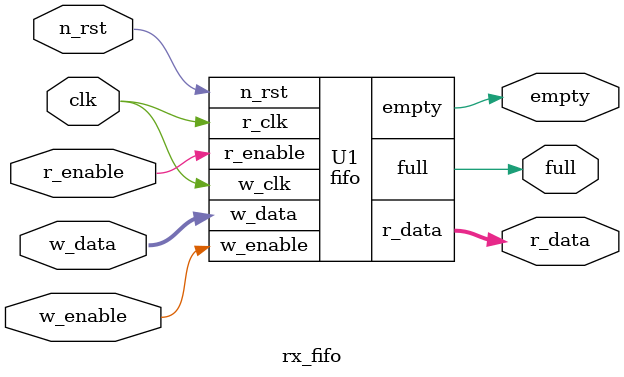
<source format=v>


module fiforam ( wclk, wenable, waddr, raddr, wdata, rdata );
  input [2:0] waddr;
  input [2:0] raddr;
  input [7:0] wdata;
  output [7:0] rdata;
  input wclk, wenable;
  wire   N10, N11, N12, N13, N14, N15, \fiforeg[0][7] , \fiforeg[0][6] ,
         \fiforeg[0][5] , \fiforeg[0][4] , \fiforeg[0][3] , \fiforeg[0][2] ,
         \fiforeg[0][1] , \fiforeg[0][0] , \fiforeg[1][7] , \fiforeg[1][6] ,
         \fiforeg[1][5] , \fiforeg[1][4] , \fiforeg[1][3] , \fiforeg[1][2] ,
         \fiforeg[1][1] , \fiforeg[1][0] , \fiforeg[2][7] , \fiforeg[2][6] ,
         \fiforeg[2][5] , \fiforeg[2][4] , \fiforeg[2][3] , \fiforeg[2][2] ,
         \fiforeg[2][1] , \fiforeg[2][0] , \fiforeg[3][7] , \fiforeg[3][6] ,
         \fiforeg[3][5] , \fiforeg[3][4] , \fiforeg[3][3] , \fiforeg[3][2] ,
         \fiforeg[3][1] , \fiforeg[3][0] , \fiforeg[4][7] , \fiforeg[4][6] ,
         \fiforeg[4][5] , \fiforeg[4][4] , \fiforeg[4][3] , \fiforeg[4][2] ,
         \fiforeg[4][1] , \fiforeg[4][0] , \fiforeg[5][7] , \fiforeg[5][6] ,
         \fiforeg[5][5] , \fiforeg[5][4] , \fiforeg[5][3] , \fiforeg[5][2] ,
         \fiforeg[5][1] , \fiforeg[5][0] , \fiforeg[6][7] , \fiforeg[6][6] ,
         \fiforeg[6][5] , \fiforeg[6][4] , \fiforeg[6][3] , \fiforeg[6][2] ,
         \fiforeg[6][1] , \fiforeg[6][0] , \fiforeg[7][7] , \fiforeg[7][6] ,
         \fiforeg[7][5] , \fiforeg[7][4] , \fiforeg[7][3] , \fiforeg[7][2] ,
         \fiforeg[7][1] , \fiforeg[7][0] , N17, N18, N19, N20, N21, N22, N23,
         N24, n89, n90, n91, n92, n93, n94, n95, n96, n97, n98, n99, n100,
         n101, n102, n103, n104, n105, n106, n107, n108, n109, n110, n111,
         n112, n113, n114, n115, n116, n117, n118, n119, n120, n121, n122,
         n123, n124, n125, n126, n127, n128, n129, n130, n131, n132, n133,
         n134, n135, n136, n137, n138, n139, n140, n141, n142, n143, n144,
         n145, n146, n147, n148, n149, n150, n151, n152, n1, n2, n3, n4, n5,
         n6, n7, n8, n9, n10, n11, n12, n13, n14, n15, n16, n17, n18, n19, n20,
         n21, n22, n23, n24, n25, n26, n27, n28, n29, n30, n31, n32, n33, n34,
         n35, n36, n37, n38, n39, n40, n41, n42, n43, n44, n45, n46, n47, n48,
         n49, n50, n51, n52, n53, n54, n55, n56, n57, n58, n59, n60, n61, n62,
         n63, n64, n65, n66, n67, n68, n69, n70, n71, n72, n73, n74, n75, n76,
         n77, n78, n79, n80, n81, n82, n83, n84, n85, n86, n87, n88, n153,
         n154, n155, n156, n157, n158, n159, n160, n161, n162, n163, n164,
         n165, n166, n167, n168, n169, n170, n171, n172, n173, n174, n175,
         n176, n177, n178, n179, n180, n181, n182, n183, n184, n185, n186,
         n187, n188, n189, n190, n191, n192, n193, n194, n195, n196, n197,
         n198, n199, n200, n201, n202, n203, n204, n205, n206, n207, n208,
         n209, n210, n211, n212, n213, n214, n215, n216, n217, n218, n219,
         n220, n221, n222, n223, n224, n225, n226, n227, n228, n229, n230,
         n231, n232, n233, n234, n235, n236, n237, n238, n239, n240, n241,
         n242, n243, n244, n245, n246, n247, n248, n249, n250, n251, n252,
         n253, n254, n255, n256, n257, n258, n259, n260, n261, n262;
  assign N10 = raddr[0];
  assign N11 = raddr[1];
  assign N12 = raddr[2];
  assign N13 = waddr[0];
  assign N14 = waddr[1];
  assign N15 = waddr[2];

  DFFPOSX1 \fiforeg_reg[0][7]  ( .D(n152), .CLK(wclk), .Q(\fiforeg[0][7] ) );
  DFFPOSX1 \fiforeg_reg[0][6]  ( .D(n151), .CLK(wclk), .Q(\fiforeg[0][6] ) );
  DFFPOSX1 \fiforeg_reg[0][5]  ( .D(n150), .CLK(wclk), .Q(\fiforeg[0][5] ) );
  DFFPOSX1 \fiforeg_reg[0][4]  ( .D(n149), .CLK(wclk), .Q(\fiforeg[0][4] ) );
  DFFPOSX1 \fiforeg_reg[0][3]  ( .D(n148), .CLK(wclk), .Q(\fiforeg[0][3] ) );
  DFFPOSX1 \fiforeg_reg[0][2]  ( .D(n147), .CLK(wclk), .Q(\fiforeg[0][2] ) );
  DFFPOSX1 \fiforeg_reg[0][1]  ( .D(n146), .CLK(wclk), .Q(\fiforeg[0][1] ) );
  DFFPOSX1 \fiforeg_reg[0][0]  ( .D(n145), .CLK(wclk), .Q(\fiforeg[0][0] ) );
  DFFPOSX1 \fiforeg_reg[1][7]  ( .D(n144), .CLK(wclk), .Q(\fiforeg[1][7] ) );
  DFFPOSX1 \fiforeg_reg[1][6]  ( .D(n143), .CLK(wclk), .Q(\fiforeg[1][6] ) );
  DFFPOSX1 \fiforeg_reg[1][5]  ( .D(n142), .CLK(wclk), .Q(\fiforeg[1][5] ) );
  DFFPOSX1 \fiforeg_reg[1][4]  ( .D(n141), .CLK(wclk), .Q(\fiforeg[1][4] ) );
  DFFPOSX1 \fiforeg_reg[1][3]  ( .D(n140), .CLK(wclk), .Q(\fiforeg[1][3] ) );
  DFFPOSX1 \fiforeg_reg[1][2]  ( .D(n139), .CLK(wclk), .Q(\fiforeg[1][2] ) );
  DFFPOSX1 \fiforeg_reg[1][1]  ( .D(n138), .CLK(wclk), .Q(\fiforeg[1][1] ) );
  DFFPOSX1 \fiforeg_reg[1][0]  ( .D(n137), .CLK(wclk), .Q(\fiforeg[1][0] ) );
  DFFPOSX1 \fiforeg_reg[2][7]  ( .D(n136), .CLK(wclk), .Q(\fiforeg[2][7] ) );
  DFFPOSX1 \fiforeg_reg[2][6]  ( .D(n135), .CLK(wclk), .Q(\fiforeg[2][6] ) );
  DFFPOSX1 \fiforeg_reg[2][5]  ( .D(n134), .CLK(wclk), .Q(\fiforeg[2][5] ) );
  DFFPOSX1 \fiforeg_reg[2][4]  ( .D(n133), .CLK(wclk), .Q(\fiforeg[2][4] ) );
  DFFPOSX1 \fiforeg_reg[2][3]  ( .D(n132), .CLK(wclk), .Q(\fiforeg[2][3] ) );
  DFFPOSX1 \fiforeg_reg[2][2]  ( .D(n131), .CLK(wclk), .Q(\fiforeg[2][2] ) );
  DFFPOSX1 \fiforeg_reg[2][1]  ( .D(n130), .CLK(wclk), .Q(\fiforeg[2][1] ) );
  DFFPOSX1 \fiforeg_reg[2][0]  ( .D(n129), .CLK(wclk), .Q(\fiforeg[2][0] ) );
  DFFPOSX1 \fiforeg_reg[3][7]  ( .D(n128), .CLK(wclk), .Q(\fiforeg[3][7] ) );
  DFFPOSX1 \fiforeg_reg[3][6]  ( .D(n127), .CLK(wclk), .Q(\fiforeg[3][6] ) );
  DFFPOSX1 \fiforeg_reg[3][5]  ( .D(n126), .CLK(wclk), .Q(\fiforeg[3][5] ) );
  DFFPOSX1 \fiforeg_reg[3][4]  ( .D(n125), .CLK(wclk), .Q(\fiforeg[3][4] ) );
  DFFPOSX1 \fiforeg_reg[3][3]  ( .D(n124), .CLK(wclk), .Q(\fiforeg[3][3] ) );
  DFFPOSX1 \fiforeg_reg[3][2]  ( .D(n123), .CLK(wclk), .Q(\fiforeg[3][2] ) );
  DFFPOSX1 \fiforeg_reg[3][1]  ( .D(n122), .CLK(wclk), .Q(\fiforeg[3][1] ) );
  DFFPOSX1 \fiforeg_reg[3][0]  ( .D(n121), .CLK(wclk), .Q(\fiforeg[3][0] ) );
  DFFPOSX1 \fiforeg_reg[4][7]  ( .D(n120), .CLK(wclk), .Q(\fiforeg[4][7] ) );
  DFFPOSX1 \fiforeg_reg[4][6]  ( .D(n119), .CLK(wclk), .Q(\fiforeg[4][6] ) );
  DFFPOSX1 \fiforeg_reg[4][5]  ( .D(n118), .CLK(wclk), .Q(\fiforeg[4][5] ) );
  DFFPOSX1 \fiforeg_reg[4][4]  ( .D(n117), .CLK(wclk), .Q(\fiforeg[4][4] ) );
  DFFPOSX1 \fiforeg_reg[4][3]  ( .D(n116), .CLK(wclk), .Q(\fiforeg[4][3] ) );
  DFFPOSX1 \fiforeg_reg[4][2]  ( .D(n115), .CLK(wclk), .Q(\fiforeg[4][2] ) );
  DFFPOSX1 \fiforeg_reg[4][1]  ( .D(n114), .CLK(wclk), .Q(\fiforeg[4][1] ) );
  DFFPOSX1 \fiforeg_reg[4][0]  ( .D(n113), .CLK(wclk), .Q(\fiforeg[4][0] ) );
  DFFPOSX1 \fiforeg_reg[5][7]  ( .D(n112), .CLK(wclk), .Q(\fiforeg[5][7] ) );
  DFFPOSX1 \fiforeg_reg[5][6]  ( .D(n111), .CLK(wclk), .Q(\fiforeg[5][6] ) );
  DFFPOSX1 \fiforeg_reg[5][5]  ( .D(n110), .CLK(wclk), .Q(\fiforeg[5][5] ) );
  DFFPOSX1 \fiforeg_reg[5][4]  ( .D(n109), .CLK(wclk), .Q(\fiforeg[5][4] ) );
  DFFPOSX1 \fiforeg_reg[5][3]  ( .D(n108), .CLK(wclk), .Q(\fiforeg[5][3] ) );
  DFFPOSX1 \fiforeg_reg[5][2]  ( .D(n107), .CLK(wclk), .Q(\fiforeg[5][2] ) );
  DFFPOSX1 \fiforeg_reg[5][1]  ( .D(n106), .CLK(wclk), .Q(\fiforeg[5][1] ) );
  DFFPOSX1 \fiforeg_reg[5][0]  ( .D(n105), .CLK(wclk), .Q(\fiforeg[5][0] ) );
  DFFPOSX1 \fiforeg_reg[6][7]  ( .D(n104), .CLK(wclk), .Q(\fiforeg[6][7] ) );
  DFFPOSX1 \fiforeg_reg[6][6]  ( .D(n103), .CLK(wclk), .Q(\fiforeg[6][6] ) );
  DFFPOSX1 \fiforeg_reg[6][5]  ( .D(n102), .CLK(wclk), .Q(\fiforeg[6][5] ) );
  DFFPOSX1 \fiforeg_reg[6][4]  ( .D(n101), .CLK(wclk), .Q(\fiforeg[6][4] ) );
  DFFPOSX1 \fiforeg_reg[6][3]  ( .D(n100), .CLK(wclk), .Q(\fiforeg[6][3] ) );
  DFFPOSX1 \fiforeg_reg[6][2]  ( .D(n99), .CLK(wclk), .Q(\fiforeg[6][2] ) );
  DFFPOSX1 \fiforeg_reg[6][1]  ( .D(n98), .CLK(wclk), .Q(\fiforeg[6][1] ) );
  DFFPOSX1 \fiforeg_reg[6][0]  ( .D(n97), .CLK(wclk), .Q(\fiforeg[6][0] ) );
  DFFPOSX1 \fiforeg_reg[7][7]  ( .D(n96), .CLK(wclk), .Q(\fiforeg[7][7] ) );
  DFFPOSX1 \fiforeg_reg[7][6]  ( .D(n95), .CLK(wclk), .Q(\fiforeg[7][6] ) );
  DFFPOSX1 \fiforeg_reg[7][5]  ( .D(n94), .CLK(wclk), .Q(\fiforeg[7][5] ) );
  DFFPOSX1 \fiforeg_reg[7][4]  ( .D(n93), .CLK(wclk), .Q(\fiforeg[7][4] ) );
  DFFPOSX1 \fiforeg_reg[7][3]  ( .D(n92), .CLK(wclk), .Q(\fiforeg[7][3] ) );
  DFFPOSX1 \fiforeg_reg[7][2]  ( .D(n91), .CLK(wclk), .Q(\fiforeg[7][2] ) );
  DFFPOSX1 \fiforeg_reg[7][1]  ( .D(n90), .CLK(wclk), .Q(\fiforeg[7][1] ) );
  DFFPOSX1 \fiforeg_reg[7][0]  ( .D(n89), .CLK(wclk), .Q(\fiforeg[7][0] ) );
  BUFX2 U2 ( .A(n56), .Y(n1) );
  BUFX2 U3 ( .A(n175), .Y(n2) );
  BUFX2 U4 ( .A(n53), .Y(n3) );
  BUFX2 U5 ( .A(n172), .Y(n4) );
  BUFX2 U6 ( .A(n54), .Y(n5) );
  BUFX2 U7 ( .A(n173), .Y(n6) );
  BUFX2 U8 ( .A(n55), .Y(n7) );
  BUFX2 U9 ( .A(n174), .Y(n8) );
  NOR2X1 U10 ( .A(n63), .B(N11), .Y(n54) );
  NOR2X1 U11 ( .A(n63), .B(n62), .Y(n53) );
  AOI22X1 U12 ( .A(\fiforeg[4][0] ), .B(n5), .C(\fiforeg[6][0] ), .D(n3), .Y(
        n10) );
  NOR2X1 U13 ( .A(N11), .B(N12), .Y(n56) );
  NOR2X1 U14 ( .A(n62), .B(N12), .Y(n55) );
  AOI22X1 U15 ( .A(\fiforeg[0][0] ), .B(n1), .C(\fiforeg[2][0] ), .D(n7), .Y(
        n9) );
  AOI21X1 U16 ( .A(n10), .B(n9), .C(N10), .Y(n14) );
  AOI22X1 U17 ( .A(\fiforeg[5][0] ), .B(n5), .C(\fiforeg[7][0] ), .D(n3), .Y(
        n12) );
  AOI22X1 U18 ( .A(\fiforeg[1][0] ), .B(n1), .C(\fiforeg[3][0] ), .D(n7), .Y(
        n11) );
  AOI21X1 U19 ( .A(n12), .B(n11), .C(n61), .Y(n13) );
  OR2X1 U20 ( .A(n14), .B(n13), .Y(rdata[0]) );
  AOI22X1 U21 ( .A(\fiforeg[4][1] ), .B(n5), .C(\fiforeg[6][1] ), .D(n3), .Y(
        n16) );
  AOI22X1 U22 ( .A(\fiforeg[0][1] ), .B(n1), .C(\fiforeg[2][1] ), .D(n7), .Y(
        n15) );
  AOI21X1 U23 ( .A(n16), .B(n15), .C(N10), .Y(n20) );
  AOI22X1 U24 ( .A(\fiforeg[5][1] ), .B(n5), .C(\fiforeg[7][1] ), .D(n3), .Y(
        n18) );
  AOI22X1 U25 ( .A(\fiforeg[1][1] ), .B(n1), .C(\fiforeg[3][1] ), .D(n7), .Y(
        n17) );
  AOI21X1 U26 ( .A(n18), .B(n17), .C(n61), .Y(n19) );
  OR2X1 U27 ( .A(n20), .B(n19), .Y(rdata[1]) );
  AOI22X1 U28 ( .A(\fiforeg[4][2] ), .B(n5), .C(\fiforeg[6][2] ), .D(n3), .Y(
        n22) );
  AOI22X1 U29 ( .A(\fiforeg[0][2] ), .B(n1), .C(\fiforeg[2][2] ), .D(n7), .Y(
        n21) );
  AOI21X1 U30 ( .A(n22), .B(n21), .C(N10), .Y(n26) );
  AOI22X1 U31 ( .A(\fiforeg[5][2] ), .B(n5), .C(\fiforeg[7][2] ), .D(n3), .Y(
        n24) );
  AOI22X1 U32 ( .A(\fiforeg[1][2] ), .B(n1), .C(\fiforeg[3][2] ), .D(n7), .Y(
        n23) );
  AOI21X1 U33 ( .A(n24), .B(n23), .C(n61), .Y(n25) );
  OR2X1 U34 ( .A(n26), .B(n25), .Y(rdata[2]) );
  AOI22X1 U35 ( .A(\fiforeg[4][3] ), .B(n5), .C(\fiforeg[6][3] ), .D(n3), .Y(
        n28) );
  AOI22X1 U36 ( .A(\fiforeg[0][3] ), .B(n1), .C(\fiforeg[2][3] ), .D(n7), .Y(
        n27) );
  AOI21X1 U37 ( .A(n28), .B(n27), .C(N10), .Y(n32) );
  AOI22X1 U38 ( .A(\fiforeg[5][3] ), .B(n5), .C(\fiforeg[7][3] ), .D(n3), .Y(
        n30) );
  AOI22X1 U39 ( .A(\fiforeg[1][3] ), .B(n1), .C(\fiforeg[3][3] ), .D(n7), .Y(
        n29) );
  AOI21X1 U40 ( .A(n30), .B(n29), .C(n61), .Y(n31) );
  OR2X1 U41 ( .A(n32), .B(n31), .Y(rdata[3]) );
  AOI22X1 U42 ( .A(\fiforeg[4][4] ), .B(n5), .C(\fiforeg[6][4] ), .D(n3), .Y(
        n34) );
  AOI22X1 U43 ( .A(\fiforeg[0][4] ), .B(n1), .C(\fiforeg[2][4] ), .D(n7), .Y(
        n33) );
  AOI21X1 U44 ( .A(n34), .B(n33), .C(N10), .Y(n38) );
  AOI22X1 U45 ( .A(\fiforeg[5][4] ), .B(n5), .C(\fiforeg[7][4] ), .D(n3), .Y(
        n36) );
  AOI22X1 U46 ( .A(\fiforeg[1][4] ), .B(n1), .C(\fiforeg[3][4] ), .D(n7), .Y(
        n35) );
  AOI21X1 U47 ( .A(n36), .B(n35), .C(n61), .Y(n37) );
  OR2X1 U48 ( .A(n38), .B(n37), .Y(rdata[4]) );
  AOI22X1 U49 ( .A(\fiforeg[4][5] ), .B(n5), .C(\fiforeg[6][5] ), .D(n3), .Y(
        n40) );
  AOI22X1 U50 ( .A(\fiforeg[0][5] ), .B(n1), .C(\fiforeg[2][5] ), .D(n7), .Y(
        n39) );
  AOI21X1 U51 ( .A(n40), .B(n39), .C(N10), .Y(n44) );
  AOI22X1 U52 ( .A(\fiforeg[5][5] ), .B(n5), .C(\fiforeg[7][5] ), .D(n3), .Y(
        n42) );
  AOI22X1 U53 ( .A(\fiforeg[1][5] ), .B(n1), .C(\fiforeg[3][5] ), .D(n7), .Y(
        n41) );
  AOI21X1 U54 ( .A(n42), .B(n41), .C(n61), .Y(n43) );
  OR2X1 U55 ( .A(n44), .B(n43), .Y(rdata[5]) );
  AOI22X1 U56 ( .A(\fiforeg[4][6] ), .B(n5), .C(\fiforeg[6][6] ), .D(n3), .Y(
        n46) );
  AOI22X1 U57 ( .A(\fiforeg[0][6] ), .B(n1), .C(\fiforeg[2][6] ), .D(n7), .Y(
        n45) );
  AOI21X1 U58 ( .A(n46), .B(n45), .C(N10), .Y(n50) );
  AOI22X1 U59 ( .A(\fiforeg[5][6] ), .B(n5), .C(\fiforeg[7][6] ), .D(n3), .Y(
        n48) );
  AOI22X1 U60 ( .A(\fiforeg[1][6] ), .B(n1), .C(\fiforeg[3][6] ), .D(n7), .Y(
        n47) );
  AOI21X1 U61 ( .A(n48), .B(n47), .C(n61), .Y(n49) );
  OR2X1 U62 ( .A(n50), .B(n49), .Y(rdata[6]) );
  AOI22X1 U63 ( .A(\fiforeg[4][7] ), .B(n5), .C(\fiforeg[6][7] ), .D(n3), .Y(
        n52) );
  AOI22X1 U64 ( .A(\fiforeg[0][7] ), .B(n1), .C(\fiforeg[2][7] ), .D(n7), .Y(
        n51) );
  AOI21X1 U65 ( .A(n52), .B(n51), .C(N10), .Y(n60) );
  AOI22X1 U66 ( .A(\fiforeg[5][7] ), .B(n5), .C(\fiforeg[7][7] ), .D(n3), .Y(
        n58) );
  AOI22X1 U67 ( .A(\fiforeg[1][7] ), .B(n1), .C(\fiforeg[3][7] ), .D(n7), .Y(
        n57) );
  AOI21X1 U68 ( .A(n58), .B(n57), .C(n61), .Y(n59) );
  OR2X1 U69 ( .A(n60), .B(n59), .Y(rdata[7]) );
  INVX2 U70 ( .A(N10), .Y(n61) );
  INVX2 U71 ( .A(N11), .Y(n62) );
  INVX2 U72 ( .A(N12), .Y(n63) );
  NOR2X1 U73 ( .A(n211), .B(N14), .Y(n173) );
  NOR2X1 U74 ( .A(n211), .B(n180), .Y(n172) );
  AOI22X1 U75 ( .A(\fiforeg[4][0] ), .B(n6), .C(\fiforeg[6][0] ), .D(n4), .Y(
        n65) );
  NOR2X1 U76 ( .A(N14), .B(N15), .Y(n175) );
  NOR2X1 U77 ( .A(n180), .B(N15), .Y(n174) );
  AOI22X1 U78 ( .A(\fiforeg[0][0] ), .B(n2), .C(\fiforeg[2][0] ), .D(n8), .Y(
        n64) );
  AOI21X1 U79 ( .A(n65), .B(n64), .C(N13), .Y(n69) );
  AOI22X1 U80 ( .A(\fiforeg[5][0] ), .B(n6), .C(\fiforeg[7][0] ), .D(n4), .Y(
        n67) );
  AOI22X1 U81 ( .A(\fiforeg[1][0] ), .B(n2), .C(\fiforeg[3][0] ), .D(n8), .Y(
        n66) );
  AOI21X1 U82 ( .A(n67), .B(n66), .C(n212), .Y(n68) );
  OR2X1 U83 ( .A(n69), .B(n68), .Y(N24) );
  AOI22X1 U84 ( .A(\fiforeg[4][1] ), .B(n6), .C(\fiforeg[6][1] ), .D(n4), .Y(
        n71) );
  AOI22X1 U85 ( .A(\fiforeg[0][1] ), .B(n2), .C(\fiforeg[2][1] ), .D(n8), .Y(
        n70) );
  AOI21X1 U86 ( .A(n71), .B(n70), .C(N13), .Y(n75) );
  AOI22X1 U87 ( .A(\fiforeg[5][1] ), .B(n6), .C(\fiforeg[7][1] ), .D(n4), .Y(
        n73) );
  AOI22X1 U88 ( .A(\fiforeg[1][1] ), .B(n2), .C(\fiforeg[3][1] ), .D(n8), .Y(
        n72) );
  AOI21X1 U89 ( .A(n73), .B(n72), .C(n212), .Y(n74) );
  OR2X1 U90 ( .A(n75), .B(n74), .Y(N23) );
  AOI22X1 U91 ( .A(\fiforeg[4][2] ), .B(n6), .C(\fiforeg[6][2] ), .D(n4), .Y(
        n77) );
  AOI22X1 U92 ( .A(\fiforeg[0][2] ), .B(n2), .C(\fiforeg[2][2] ), .D(n8), .Y(
        n76) );
  AOI21X1 U93 ( .A(n77), .B(n76), .C(N13), .Y(n81) );
  AOI22X1 U94 ( .A(\fiforeg[5][2] ), .B(n6), .C(\fiforeg[7][2] ), .D(n4), .Y(
        n79) );
  AOI22X1 U95 ( .A(\fiforeg[1][2] ), .B(n2), .C(\fiforeg[3][2] ), .D(n8), .Y(
        n78) );
  AOI21X1 U96 ( .A(n79), .B(n78), .C(n212), .Y(n80) );
  OR2X1 U97 ( .A(n81), .B(n80), .Y(N22) );
  AOI22X1 U98 ( .A(\fiforeg[4][3] ), .B(n6), .C(\fiforeg[6][3] ), .D(n4), .Y(
        n83) );
  AOI22X1 U99 ( .A(\fiforeg[0][3] ), .B(n2), .C(\fiforeg[2][3] ), .D(n8), .Y(
        n82) );
  AOI21X1 U100 ( .A(n83), .B(n82), .C(N13), .Y(n87) );
  AOI22X1 U101 ( .A(\fiforeg[5][3] ), .B(n6), .C(\fiforeg[7][3] ), .D(n4), .Y(
        n85) );
  AOI22X1 U102 ( .A(\fiforeg[1][3] ), .B(n2), .C(\fiforeg[3][3] ), .D(n8), .Y(
        n84) );
  AOI21X1 U103 ( .A(n85), .B(n84), .C(n212), .Y(n86) );
  OR2X1 U104 ( .A(n87), .B(n86), .Y(N21) );
  AOI22X1 U105 ( .A(\fiforeg[4][4] ), .B(n6), .C(\fiforeg[6][4] ), .D(n4), .Y(
        n153) );
  AOI22X1 U106 ( .A(\fiforeg[0][4] ), .B(n2), .C(\fiforeg[2][4] ), .D(n8), .Y(
        n88) );
  AOI21X1 U107 ( .A(n153), .B(n88), .C(N13), .Y(n157) );
  AOI22X1 U108 ( .A(\fiforeg[5][4] ), .B(n6), .C(\fiforeg[7][4] ), .D(n4), .Y(
        n155) );
  AOI22X1 U109 ( .A(\fiforeg[1][4] ), .B(n2), .C(\fiforeg[3][4] ), .D(n8), .Y(
        n154) );
  AOI21X1 U110 ( .A(n155), .B(n154), .C(n212), .Y(n156) );
  OR2X1 U111 ( .A(n157), .B(n156), .Y(N20) );
  AOI22X1 U112 ( .A(\fiforeg[4][5] ), .B(n6), .C(\fiforeg[6][5] ), .D(n4), .Y(
        n159) );
  AOI22X1 U113 ( .A(\fiforeg[0][5] ), .B(n2), .C(\fiforeg[2][5] ), .D(n8), .Y(
        n158) );
  AOI21X1 U114 ( .A(n159), .B(n158), .C(N13), .Y(n163) );
  AOI22X1 U115 ( .A(\fiforeg[5][5] ), .B(n6), .C(\fiforeg[7][5] ), .D(n4), .Y(
        n161) );
  AOI22X1 U116 ( .A(\fiforeg[1][5] ), .B(n2), .C(\fiforeg[3][5] ), .D(n8), .Y(
        n160) );
  AOI21X1 U117 ( .A(n161), .B(n160), .C(n212), .Y(n162) );
  OR2X1 U118 ( .A(n163), .B(n162), .Y(N19) );
  AOI22X1 U119 ( .A(\fiforeg[4][6] ), .B(n6), .C(\fiforeg[6][6] ), .D(n4), .Y(
        n165) );
  AOI22X1 U120 ( .A(\fiforeg[0][6] ), .B(n2), .C(\fiforeg[2][6] ), .D(n8), .Y(
        n164) );
  AOI21X1 U121 ( .A(n165), .B(n164), .C(N13), .Y(n169) );
  AOI22X1 U122 ( .A(\fiforeg[5][6] ), .B(n6), .C(\fiforeg[7][6] ), .D(n4), .Y(
        n167) );
  AOI22X1 U123 ( .A(\fiforeg[1][6] ), .B(n2), .C(\fiforeg[3][6] ), .D(n8), .Y(
        n166) );
  AOI21X1 U124 ( .A(n167), .B(n166), .C(n212), .Y(n168) );
  OR2X1 U125 ( .A(n169), .B(n168), .Y(N18) );
  AOI22X1 U126 ( .A(\fiforeg[4][7] ), .B(n6), .C(\fiforeg[6][7] ), .D(n4), .Y(
        n171) );
  AOI22X1 U127 ( .A(\fiforeg[0][7] ), .B(n2), .C(\fiforeg[2][7] ), .D(n8), .Y(
        n170) );
  AOI21X1 U128 ( .A(n171), .B(n170), .C(N13), .Y(n179) );
  AOI22X1 U129 ( .A(\fiforeg[5][7] ), .B(n6), .C(\fiforeg[7][7] ), .D(n4), .Y(
        n177) );
  AOI22X1 U130 ( .A(\fiforeg[1][7] ), .B(n2), .C(\fiforeg[3][7] ), .D(n8), .Y(
        n176) );
  AOI21X1 U131 ( .A(n177), .B(n176), .C(n212), .Y(n178) );
  OR2X1 U132 ( .A(n179), .B(n178), .Y(N17) );
  INVX2 U133 ( .A(N14), .Y(n180) );
  MUX2X1 U134 ( .B(n181), .A(n182), .S(n183), .Y(n99) );
  INVX1 U135 ( .A(\fiforeg[6][2] ), .Y(n182) );
  MUX2X1 U136 ( .B(n184), .A(n185), .S(n183), .Y(n98) );
  INVX1 U137 ( .A(\fiforeg[6][1] ), .Y(n185) );
  MUX2X1 U138 ( .B(n186), .A(n187), .S(n183), .Y(n97) );
  INVX1 U139 ( .A(\fiforeg[6][0] ), .Y(n187) );
  MUX2X1 U140 ( .B(n188), .A(n189), .S(n190), .Y(n96) );
  INVX1 U141 ( .A(\fiforeg[7][7] ), .Y(n189) );
  MUX2X1 U142 ( .B(n191), .A(n192), .S(n190), .Y(n95) );
  INVX1 U143 ( .A(\fiforeg[7][6] ), .Y(n192) );
  MUX2X1 U144 ( .B(n193), .A(n194), .S(n190), .Y(n94) );
  INVX1 U145 ( .A(\fiforeg[7][5] ), .Y(n194) );
  MUX2X1 U146 ( .B(n195), .A(n196), .S(n190), .Y(n93) );
  INVX1 U147 ( .A(\fiforeg[7][4] ), .Y(n196) );
  MUX2X1 U148 ( .B(n197), .A(n198), .S(n190), .Y(n92) );
  INVX1 U149 ( .A(\fiforeg[7][3] ), .Y(n198) );
  MUX2X1 U150 ( .B(n181), .A(n199), .S(n190), .Y(n91) );
  INVX1 U151 ( .A(\fiforeg[7][2] ), .Y(n199) );
  MUX2X1 U152 ( .B(n184), .A(n200), .S(n190), .Y(n90) );
  INVX1 U153 ( .A(\fiforeg[7][1] ), .Y(n200) );
  MUX2X1 U154 ( .B(n186), .A(n201), .S(n190), .Y(n89) );
  NAND3X1 U155 ( .A(N15), .B(N14), .C(N13), .Y(n190) );
  INVX1 U156 ( .A(\fiforeg[7][0] ), .Y(n201) );
  MUX2X1 U157 ( .B(n188), .A(n202), .S(n203), .Y(n152) );
  INVX1 U158 ( .A(\fiforeg[0][7] ), .Y(n202) );
  MUX2X1 U159 ( .B(n191), .A(n204), .S(n203), .Y(n151) );
  INVX1 U160 ( .A(\fiforeg[0][6] ), .Y(n204) );
  MUX2X1 U161 ( .B(n193), .A(n205), .S(n203), .Y(n150) );
  INVX1 U162 ( .A(\fiforeg[0][5] ), .Y(n205) );
  MUX2X1 U163 ( .B(n195), .A(n206), .S(n203), .Y(n149) );
  INVX1 U164 ( .A(\fiforeg[0][4] ), .Y(n206) );
  MUX2X1 U165 ( .B(n197), .A(n207), .S(n203), .Y(n148) );
  INVX1 U166 ( .A(\fiforeg[0][3] ), .Y(n207) );
  MUX2X1 U167 ( .B(n181), .A(n208), .S(n203), .Y(n147) );
  INVX1 U168 ( .A(\fiforeg[0][2] ), .Y(n208) );
  MUX2X1 U169 ( .B(n184), .A(n209), .S(n203), .Y(n146) );
  INVX1 U170 ( .A(\fiforeg[0][1] ), .Y(n209) );
  MUX2X1 U171 ( .B(n186), .A(n210), .S(n203), .Y(n145) );
  NAND3X1 U172 ( .A(n180), .B(n211), .C(n212), .Y(n203) );
  INVX1 U173 ( .A(\fiforeg[0][0] ), .Y(n210) );
  MUX2X1 U174 ( .B(n188), .A(n213), .S(n214), .Y(n144) );
  INVX1 U175 ( .A(\fiforeg[1][7] ), .Y(n213) );
  MUX2X1 U176 ( .B(n191), .A(n215), .S(n214), .Y(n143) );
  INVX1 U177 ( .A(\fiforeg[1][6] ), .Y(n215) );
  MUX2X1 U178 ( .B(n193), .A(n216), .S(n214), .Y(n142) );
  INVX1 U179 ( .A(\fiforeg[1][5] ), .Y(n216) );
  MUX2X1 U180 ( .B(n195), .A(n217), .S(n214), .Y(n141) );
  INVX1 U181 ( .A(\fiforeg[1][4] ), .Y(n217) );
  MUX2X1 U182 ( .B(n197), .A(n218), .S(n214), .Y(n140) );
  INVX1 U183 ( .A(\fiforeg[1][3] ), .Y(n218) );
  MUX2X1 U184 ( .B(n181), .A(n219), .S(n214), .Y(n139) );
  INVX1 U185 ( .A(\fiforeg[1][2] ), .Y(n219) );
  MUX2X1 U186 ( .B(n184), .A(n220), .S(n214), .Y(n138) );
  INVX1 U187 ( .A(\fiforeg[1][1] ), .Y(n220) );
  MUX2X1 U188 ( .B(n186), .A(n221), .S(n214), .Y(n137) );
  NAND3X1 U189 ( .A(n180), .B(n211), .C(N13), .Y(n214) );
  INVX1 U190 ( .A(\fiforeg[1][0] ), .Y(n221) );
  MUX2X1 U191 ( .B(n188), .A(n222), .S(n223), .Y(n136) );
  INVX1 U192 ( .A(\fiforeg[2][7] ), .Y(n222) );
  MUX2X1 U193 ( .B(n191), .A(n224), .S(n223), .Y(n135) );
  INVX1 U194 ( .A(\fiforeg[2][6] ), .Y(n224) );
  MUX2X1 U195 ( .B(n193), .A(n225), .S(n223), .Y(n134) );
  INVX1 U196 ( .A(\fiforeg[2][5] ), .Y(n225) );
  MUX2X1 U197 ( .B(n195), .A(n226), .S(n223), .Y(n133) );
  INVX1 U198 ( .A(\fiforeg[2][4] ), .Y(n226) );
  MUX2X1 U199 ( .B(n197), .A(n227), .S(n223), .Y(n132) );
  INVX1 U200 ( .A(\fiforeg[2][3] ), .Y(n227) );
  MUX2X1 U201 ( .B(n181), .A(n228), .S(n223), .Y(n131) );
  INVX1 U202 ( .A(\fiforeg[2][2] ), .Y(n228) );
  MUX2X1 U203 ( .B(n184), .A(n229), .S(n223), .Y(n130) );
  INVX1 U204 ( .A(\fiforeg[2][1] ), .Y(n229) );
  MUX2X1 U205 ( .B(n186), .A(n230), .S(n223), .Y(n129) );
  NAND3X1 U206 ( .A(n212), .B(n211), .C(N14), .Y(n223) );
  INVX1 U207 ( .A(\fiforeg[2][0] ), .Y(n230) );
  MUX2X1 U208 ( .B(n188), .A(n231), .S(n232), .Y(n128) );
  INVX1 U209 ( .A(\fiforeg[3][7] ), .Y(n231) );
  MUX2X1 U210 ( .B(n191), .A(n233), .S(n232), .Y(n127) );
  INVX1 U211 ( .A(\fiforeg[3][6] ), .Y(n233) );
  MUX2X1 U212 ( .B(n193), .A(n234), .S(n232), .Y(n126) );
  INVX1 U213 ( .A(\fiforeg[3][5] ), .Y(n234) );
  MUX2X1 U214 ( .B(n195), .A(n235), .S(n232), .Y(n125) );
  INVX1 U215 ( .A(\fiforeg[3][4] ), .Y(n235) );
  MUX2X1 U216 ( .B(n197), .A(n236), .S(n232), .Y(n124) );
  INVX1 U217 ( .A(\fiforeg[3][3] ), .Y(n236) );
  MUX2X1 U218 ( .B(n181), .A(n237), .S(n232), .Y(n123) );
  INVX1 U219 ( .A(\fiforeg[3][2] ), .Y(n237) );
  MUX2X1 U220 ( .B(n184), .A(n238), .S(n232), .Y(n122) );
  INVX1 U221 ( .A(\fiforeg[3][1] ), .Y(n238) );
  MUX2X1 U222 ( .B(n186), .A(n239), .S(n232), .Y(n121) );
  NAND3X1 U223 ( .A(N14), .B(n211), .C(N13), .Y(n232) );
  INVX1 U224 ( .A(N15), .Y(n211) );
  INVX1 U225 ( .A(\fiforeg[3][0] ), .Y(n239) );
  MUX2X1 U226 ( .B(n188), .A(n240), .S(n241), .Y(n120) );
  INVX1 U227 ( .A(\fiforeg[4][7] ), .Y(n240) );
  MUX2X1 U228 ( .B(n191), .A(n242), .S(n241), .Y(n119) );
  INVX1 U229 ( .A(\fiforeg[4][6] ), .Y(n242) );
  MUX2X1 U230 ( .B(n193), .A(n243), .S(n241), .Y(n118) );
  INVX1 U231 ( .A(\fiforeg[4][5] ), .Y(n243) );
  MUX2X1 U232 ( .B(n195), .A(n244), .S(n241), .Y(n117) );
  INVX1 U233 ( .A(\fiforeg[4][4] ), .Y(n244) );
  MUX2X1 U234 ( .B(n197), .A(n245), .S(n241), .Y(n116) );
  INVX1 U235 ( .A(\fiforeg[4][3] ), .Y(n245) );
  MUX2X1 U236 ( .B(n181), .A(n246), .S(n241), .Y(n115) );
  INVX1 U237 ( .A(\fiforeg[4][2] ), .Y(n246) );
  MUX2X1 U238 ( .B(n184), .A(n247), .S(n241), .Y(n114) );
  INVX1 U239 ( .A(\fiforeg[4][1] ), .Y(n247) );
  MUX2X1 U240 ( .B(n186), .A(n248), .S(n241), .Y(n113) );
  NAND3X1 U241 ( .A(n212), .B(n180), .C(N15), .Y(n241) );
  INVX1 U242 ( .A(\fiforeg[4][0] ), .Y(n248) );
  MUX2X1 U243 ( .B(n188), .A(n249), .S(n250), .Y(n112) );
  INVX1 U244 ( .A(\fiforeg[5][7] ), .Y(n249) );
  MUX2X1 U245 ( .B(n191), .A(n251), .S(n250), .Y(n111) );
  INVX1 U246 ( .A(\fiforeg[5][6] ), .Y(n251) );
  MUX2X1 U247 ( .B(n193), .A(n252), .S(n250), .Y(n110) );
  INVX1 U248 ( .A(\fiforeg[5][5] ), .Y(n252) );
  MUX2X1 U249 ( .B(n195), .A(n253), .S(n250), .Y(n109) );
  INVX1 U250 ( .A(\fiforeg[5][4] ), .Y(n253) );
  MUX2X1 U251 ( .B(n197), .A(n254), .S(n250), .Y(n108) );
  INVX1 U252 ( .A(\fiforeg[5][3] ), .Y(n254) );
  MUX2X1 U253 ( .B(n181), .A(n255), .S(n250), .Y(n107) );
  INVX1 U254 ( .A(\fiforeg[5][2] ), .Y(n255) );
  MUX2X1 U255 ( .B(N22), .A(wdata[2]), .S(wenable), .Y(n181) );
  MUX2X1 U256 ( .B(n184), .A(n256), .S(n250), .Y(n106) );
  INVX1 U257 ( .A(\fiforeg[5][1] ), .Y(n256) );
  MUX2X1 U258 ( .B(N23), .A(wdata[1]), .S(wenable), .Y(n184) );
  MUX2X1 U259 ( .B(n186), .A(n257), .S(n250), .Y(n105) );
  NAND3X1 U260 ( .A(N15), .B(n180), .C(N13), .Y(n250) );
  INVX1 U261 ( .A(\fiforeg[5][0] ), .Y(n257) );
  MUX2X1 U262 ( .B(N24), .A(wdata[0]), .S(wenable), .Y(n186) );
  MUX2X1 U263 ( .B(n188), .A(n258), .S(n183), .Y(n104) );
  INVX1 U264 ( .A(\fiforeg[6][7] ), .Y(n258) );
  MUX2X1 U265 ( .B(N17), .A(wdata[7]), .S(wenable), .Y(n188) );
  MUX2X1 U266 ( .B(n191), .A(n259), .S(n183), .Y(n103) );
  INVX1 U267 ( .A(\fiforeg[6][6] ), .Y(n259) );
  MUX2X1 U268 ( .B(N18), .A(wdata[6]), .S(wenable), .Y(n191) );
  MUX2X1 U269 ( .B(n193), .A(n260), .S(n183), .Y(n102) );
  INVX1 U270 ( .A(\fiforeg[6][5] ), .Y(n260) );
  MUX2X1 U271 ( .B(N19), .A(wdata[5]), .S(wenable), .Y(n193) );
  MUX2X1 U272 ( .B(n195), .A(n261), .S(n183), .Y(n101) );
  INVX1 U273 ( .A(\fiforeg[6][4] ), .Y(n261) );
  MUX2X1 U274 ( .B(N20), .A(wdata[4]), .S(wenable), .Y(n195) );
  MUX2X1 U275 ( .B(n197), .A(n262), .S(n183), .Y(n100) );
  NAND3X1 U276 ( .A(N14), .B(n212), .C(N15), .Y(n183) );
  INVX1 U277 ( .A(N13), .Y(n212) );
  INVX1 U278 ( .A(\fiforeg[6][3] ), .Y(n262) );
  MUX2X1 U279 ( .B(N21), .A(wdata[3]), .S(wenable), .Y(n197) );
endmodule


module write_ptr ( wclk, rst_n, wenable, wptr, wptr_nxt );
  output [3:0] wptr;
  output [3:0] wptr_nxt;
  input wclk, rst_n, wenable;
  wire   n9, n10, n11, n12;
  wire   [2:0] binary_nxt;
  wire   [3:0] binary_r;

  DFFSR \binary_r_reg[0]  ( .D(binary_nxt[0]), .CLK(wclk), .R(rst_n), .S(1'b1), 
        .Q(binary_r[0]) );
  DFFSR \binary_r_reg[1]  ( .D(binary_nxt[1]), .CLK(wclk), .R(rst_n), .S(1'b1), 
        .Q(binary_r[1]) );
  DFFSR \binary_r_reg[2]  ( .D(binary_nxt[2]), .CLK(wclk), .R(rst_n), .S(1'b1), 
        .Q(binary_r[2]) );
  DFFSR \binary_r_reg[3]  ( .D(wptr_nxt[3]), .CLK(wclk), .R(rst_n), .S(1'b1), 
        .Q(binary_r[3]) );
  DFFSR \gray_r_reg[3]  ( .D(wptr_nxt[3]), .CLK(wclk), .R(rst_n), .S(1'b1), 
        .Q(wptr[3]) );
  DFFSR \gray_r_reg[2]  ( .D(wptr_nxt[2]), .CLK(wclk), .R(rst_n), .S(1'b1), 
        .Q(wptr[2]) );
  DFFSR \gray_r_reg[1]  ( .D(wptr_nxt[1]), .CLK(wclk), .R(rst_n), .S(1'b1), 
        .Q(wptr[1]) );
  DFFSR \gray_r_reg[0]  ( .D(wptr_nxt[0]), .CLK(wclk), .R(rst_n), .S(1'b1), 
        .Q(wptr[0]) );
  XOR2X1 U11 ( .A(wptr_nxt[3]), .B(binary_nxt[2]), .Y(wptr_nxt[2]) );
  XNOR2X1 U12 ( .A(n9), .B(binary_r[3]), .Y(wptr_nxt[3]) );
  NAND2X1 U13 ( .A(binary_r[2]), .B(n10), .Y(n9) );
  XOR2X1 U14 ( .A(binary_nxt[2]), .B(binary_nxt[1]), .Y(wptr_nxt[1]) );
  XOR2X1 U15 ( .A(binary_nxt[1]), .B(binary_nxt[0]), .Y(wptr_nxt[0]) );
  XOR2X1 U16 ( .A(n10), .B(binary_r[2]), .Y(binary_nxt[2]) );
  INVX1 U17 ( .A(n11), .Y(n10) );
  NAND3X1 U18 ( .A(binary_r[1]), .B(binary_r[0]), .C(wenable), .Y(n11) );
  XNOR2X1 U19 ( .A(n12), .B(binary_r[1]), .Y(binary_nxt[1]) );
  NAND2X1 U20 ( .A(wenable), .B(binary_r[0]), .Y(n12) );
  XOR2X1 U21 ( .A(binary_r[0]), .B(wenable), .Y(binary_nxt[0]) );
endmodule


module write_fifo_ctrl ( wclk, rst_n, wenable, rptr, wenable_fifo, wptr, waddr, 
        full_flag );
  input [3:0] rptr;
  output [3:0] wptr;
  output [2:0] waddr;
  input wclk, rst_n, wenable;
  output wenable_fifo, full_flag;
  wire   n22, \gray_wptr[2] , N5, n2, n3, n16, n17, n18, n19, n20, n21;
  wire   [3:0] wptr_nxt;
  wire   [3:0] wrptr_r2;
  wire   [3:0] wrptr_r1;

  DFFSR \wrptr_r1_reg[3]  ( .D(rptr[3]), .CLK(wclk), .R(rst_n), .S(1'b1), .Q(
        wrptr_r1[3]) );
  DFFSR \wrptr_r1_reg[2]  ( .D(rptr[2]), .CLK(wclk), .R(rst_n), .S(1'b1), .Q(
        wrptr_r1[2]) );
  DFFSR \wrptr_r1_reg[1]  ( .D(rptr[1]), .CLK(wclk), .R(rst_n), .S(1'b1), .Q(
        wrptr_r1[1]) );
  DFFSR \wrptr_r1_reg[0]  ( .D(rptr[0]), .CLK(wclk), .R(rst_n), .S(1'b1), .Q(
        wrptr_r1[0]) );
  DFFSR \wrptr_r2_reg[3]  ( .D(wrptr_r1[3]), .CLK(wclk), .R(rst_n), .S(1'b1), 
        .Q(wrptr_r2[3]) );
  DFFSR \wrptr_r2_reg[2]  ( .D(wrptr_r1[2]), .CLK(wclk), .R(rst_n), .S(1'b1), 
        .Q(wrptr_r2[2]) );
  DFFSR \wrptr_r2_reg[1]  ( .D(wrptr_r1[1]), .CLK(wclk), .R(rst_n), .S(1'b1), 
        .Q(wrptr_r2[1]) );
  DFFSR \wrptr_r2_reg[0]  ( .D(wrptr_r1[0]), .CLK(wclk), .R(rst_n), .S(1'b1), 
        .Q(wrptr_r2[0]) );
  DFFSR full_flag_r_reg ( .D(N5), .CLK(wclk), .R(rst_n), .S(1'b1), .Q(
        full_flag) );
  DFFSR \waddr_reg[2]  ( .D(\gray_wptr[2] ), .CLK(wclk), .R(rst_n), .S(1'b1), 
        .Q(waddr[2]) );
  DFFSR \waddr_reg[1]  ( .D(wptr_nxt[1]), .CLK(wclk), .R(rst_n), .S(1'b1), .Q(
        waddr[1]) );
  DFFSR \waddr_reg[0]  ( .D(wptr_nxt[0]), .CLK(wclk), .R(rst_n), .S(1'b1), .Q(
        waddr[0]) );
  write_ptr WPU1 ( .wclk(wclk), .rst_n(rst_n), .wenable(wenable_fifo), .wptr(
        wptr), .wptr_nxt(wptr_nxt) );
  BUFX2 U15 ( .A(n22), .Y(wenable_fifo) );
  NOR2X1 U16 ( .A(full_flag), .B(n2), .Y(n22) );
  INVX1 U17 ( .A(wenable), .Y(n2) );
  NOR2X1 U18 ( .A(n3), .B(n16), .Y(N5) );
  NAND2X1 U19 ( .A(n17), .B(n18), .Y(n16) );
  XOR2X1 U20 ( .A(n19), .B(\gray_wptr[2] ), .Y(n18) );
  XOR2X1 U21 ( .A(wptr_nxt[3]), .B(wptr_nxt[2]), .Y(\gray_wptr[2] ) );
  XNOR2X1 U22 ( .A(wrptr_r2[3]), .B(wrptr_r2[2]), .Y(n19) );
  XNOR2X1 U23 ( .A(wrptr_r2[1]), .B(wptr_nxt[1]), .Y(n17) );
  NAND2X1 U24 ( .A(n20), .B(n21), .Y(n3) );
  XOR2X1 U25 ( .A(wrptr_r2[3]), .B(wptr_nxt[3]), .Y(n21) );
  XNOR2X1 U26 ( .A(wrptr_r2[0]), .B(wptr_nxt[0]), .Y(n20) );
endmodule


module read_ptr ( rclk, rst_n, renable, rptr, rptr_nxt );
  output [3:0] rptr;
  output [3:0] rptr_nxt;
  input rclk, rst_n, renable;
  wire   n9, n10, n11, n12;
  wire   [2:0] binary_nxt;
  wire   [3:0] binary_r;

  DFFSR \binary_r_reg[0]  ( .D(binary_nxt[0]), .CLK(rclk), .R(rst_n), .S(1'b1), 
        .Q(binary_r[0]) );
  DFFSR \binary_r_reg[1]  ( .D(binary_nxt[1]), .CLK(rclk), .R(rst_n), .S(1'b1), 
        .Q(binary_r[1]) );
  DFFSR \binary_r_reg[2]  ( .D(binary_nxt[2]), .CLK(rclk), .R(rst_n), .S(1'b1), 
        .Q(binary_r[2]) );
  DFFSR \binary_r_reg[3]  ( .D(rptr_nxt[3]), .CLK(rclk), .R(rst_n), .S(1'b1), 
        .Q(binary_r[3]) );
  DFFSR \gray_r_reg[3]  ( .D(rptr_nxt[3]), .CLK(rclk), .R(rst_n), .S(1'b1), 
        .Q(rptr[3]) );
  DFFSR \gray_r_reg[2]  ( .D(rptr_nxt[2]), .CLK(rclk), .R(rst_n), .S(1'b1), 
        .Q(rptr[2]) );
  DFFSR \gray_r_reg[1]  ( .D(rptr_nxt[1]), .CLK(rclk), .R(rst_n), .S(1'b1), 
        .Q(rptr[1]) );
  DFFSR \gray_r_reg[0]  ( .D(rptr_nxt[0]), .CLK(rclk), .R(rst_n), .S(1'b1), 
        .Q(rptr[0]) );
  XOR2X1 U11 ( .A(rptr_nxt[3]), .B(binary_nxt[2]), .Y(rptr_nxt[2]) );
  XNOR2X1 U12 ( .A(n9), .B(binary_r[3]), .Y(rptr_nxt[3]) );
  NAND2X1 U13 ( .A(binary_r[2]), .B(n10), .Y(n9) );
  XOR2X1 U14 ( .A(binary_nxt[2]), .B(binary_nxt[1]), .Y(rptr_nxt[1]) );
  XOR2X1 U15 ( .A(binary_nxt[1]), .B(binary_nxt[0]), .Y(rptr_nxt[0]) );
  XOR2X1 U16 ( .A(n10), .B(binary_r[2]), .Y(binary_nxt[2]) );
  INVX1 U17 ( .A(n11), .Y(n10) );
  NAND3X1 U18 ( .A(binary_r[1]), .B(binary_r[0]), .C(renable), .Y(n11) );
  XNOR2X1 U19 ( .A(n12), .B(binary_r[1]), .Y(binary_nxt[1]) );
  NAND2X1 U20 ( .A(renable), .B(binary_r[0]), .Y(n12) );
  XOR2X1 U21 ( .A(binary_r[0]), .B(renable), .Y(binary_nxt[0]) );
endmodule


module read_fifo_ctrl ( rclk, rst_n, renable, wptr, rptr, raddr, empty_flag );
  input [3:0] wptr;
  output [3:0] rptr;
  output [2:0] raddr;
  input rclk, rst_n, renable;
  output empty_flag;
  wire   renable_p2, \gray_rptr[2] , N3, n1, n2, n3, n16, n17, n18, n19, n20;
  wire   [3:0] rptr_nxt;
  wire   [3:0] rwptr_r2;
  wire   [3:0] rwptr_r1;

  DFFSR \rwptr_r1_reg[3]  ( .D(wptr[3]), .CLK(rclk), .R(rst_n), .S(1'b1), .Q(
        rwptr_r1[3]) );
  DFFSR \rwptr_r1_reg[2]  ( .D(wptr[2]), .CLK(rclk), .R(rst_n), .S(1'b1), .Q(
        rwptr_r1[2]) );
  DFFSR \rwptr_r1_reg[1]  ( .D(wptr[1]), .CLK(rclk), .R(rst_n), .S(1'b1), .Q(
        rwptr_r1[1]) );
  DFFSR \rwptr_r1_reg[0]  ( .D(wptr[0]), .CLK(rclk), .R(rst_n), .S(1'b1), .Q(
        rwptr_r1[0]) );
  DFFSR \rwptr_r2_reg[3]  ( .D(rwptr_r1[3]), .CLK(rclk), .R(rst_n), .S(1'b1), 
        .Q(rwptr_r2[3]) );
  DFFSR \rwptr_r2_reg[2]  ( .D(rwptr_r1[2]), .CLK(rclk), .R(rst_n), .S(1'b1), 
        .Q(rwptr_r2[2]) );
  DFFSR \rwptr_r2_reg[1]  ( .D(rwptr_r1[1]), .CLK(rclk), .R(rst_n), .S(1'b1), 
        .Q(rwptr_r2[1]) );
  DFFSR \rwptr_r2_reg[0]  ( .D(rwptr_r1[0]), .CLK(rclk), .R(rst_n), .S(1'b1), 
        .Q(rwptr_r2[0]) );
  DFFSR empty_flag_r_reg ( .D(N3), .CLK(rclk), .R(1'b1), .S(rst_n), .Q(
        empty_flag) );
  DFFSR \raddr_reg[2]  ( .D(\gray_rptr[2] ), .CLK(rclk), .R(rst_n), .S(1'b1), 
        .Q(raddr[2]) );
  DFFSR \raddr_reg[1]  ( .D(rptr_nxt[1]), .CLK(rclk), .R(rst_n), .S(1'b1), .Q(
        raddr[1]) );
  DFFSR \raddr_reg[0]  ( .D(rptr_nxt[0]), .CLK(rclk), .R(rst_n), .S(1'b1), .Q(
        raddr[0]) );
  read_ptr RPU1 ( .rclk(rclk), .rst_n(rst_n), .renable(renable_p2), .rptr(rptr), .rptr_nxt(rptr_nxt) );
  NOR2X1 U15 ( .A(empty_flag), .B(n1), .Y(renable_p2) );
  INVX1 U16 ( .A(renable), .Y(n1) );
  NOR2X1 U17 ( .A(n2), .B(n3), .Y(N3) );
  NAND2X1 U18 ( .A(n16), .B(n17), .Y(n3) );
  XOR2X1 U19 ( .A(n18), .B(\gray_rptr[2] ), .Y(n17) );
  XOR2X1 U20 ( .A(rptr_nxt[3]), .B(rptr_nxt[2]), .Y(\gray_rptr[2] ) );
  XNOR2X1 U21 ( .A(rwptr_r2[3]), .B(rwptr_r2[2]), .Y(n18) );
  XNOR2X1 U22 ( .A(rwptr_r2[1]), .B(rptr_nxt[1]), .Y(n16) );
  NAND2X1 U23 ( .A(n19), .B(n20), .Y(n2) );
  XNOR2X1 U24 ( .A(rwptr_r2[0]), .B(rptr_nxt[0]), .Y(n20) );
  XNOR2X1 U25 ( .A(rptr_nxt[3]), .B(rwptr_r2[3]), .Y(n19) );
endmodule


module fifo ( r_clk, w_clk, n_rst, r_enable, w_enable, w_data, r_data, empty, 
        full );
  input [7:0] w_data;
  output [7:0] r_data;
  input r_clk, w_clk, n_rst, r_enable, w_enable;
  output empty, full;
  wire   wenable_fifo;
  wire   [2:0] waddr;
  wire   [2:0] raddr;
  wire   [3:0] rptr;
  wire   [3:0] wptr;

  fiforam UFIFORAM ( .wclk(w_clk), .wenable(wenable_fifo), .waddr(waddr), 
        .raddr(raddr), .wdata(w_data), .rdata(r_data) );
  write_fifo_ctrl UWFC ( .wclk(w_clk), .rst_n(n_rst), .wenable(w_enable), 
        .rptr(rptr), .wenable_fifo(wenable_fifo), .wptr(wptr), .waddr(waddr), 
        .full_flag(full) );
  read_fifo_ctrl URFC ( .rclk(r_clk), .rst_n(n_rst), .renable(r_enable), 
        .wptr(wptr), .rptr(rptr), .raddr(raddr), .empty_flag(empty) );
endmodule


module rx_fifo ( clk, n_rst, r_enable, w_enable, w_data, r_data, empty, full
 );
  input [7:0] w_data;
  output [7:0] r_data;
  input clk, n_rst, r_enable, w_enable;
  output empty, full;


  fifo U1 ( .r_clk(clk), .w_clk(clk), .n_rst(n_rst), .r_enable(r_enable), 
        .w_enable(w_enable), .w_data(w_data), .r_data(r_data), .empty(empty), 
        .full(full) );
endmodule


</source>
